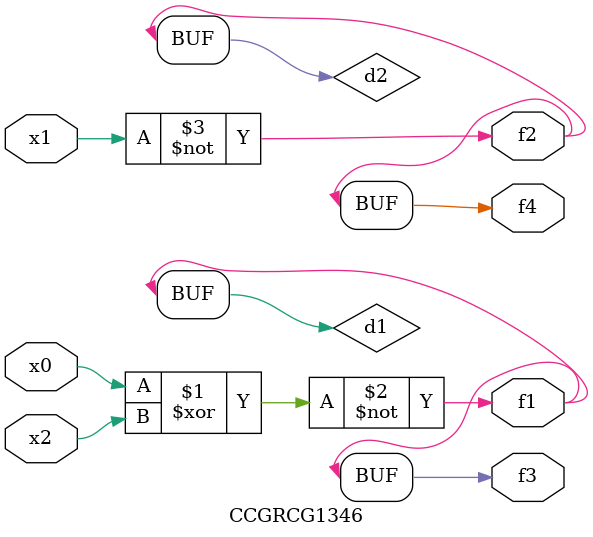
<source format=v>
module CCGRCG1346(
	input x0, x1, x2,
	output f1, f2, f3, f4
);

	wire d1, d2, d3;

	xnor (d1, x0, x2);
	nand (d2, x1);
	nor (d3, x1, x2);
	assign f1 = d1;
	assign f2 = d2;
	assign f3 = d1;
	assign f4 = d2;
endmodule

</source>
